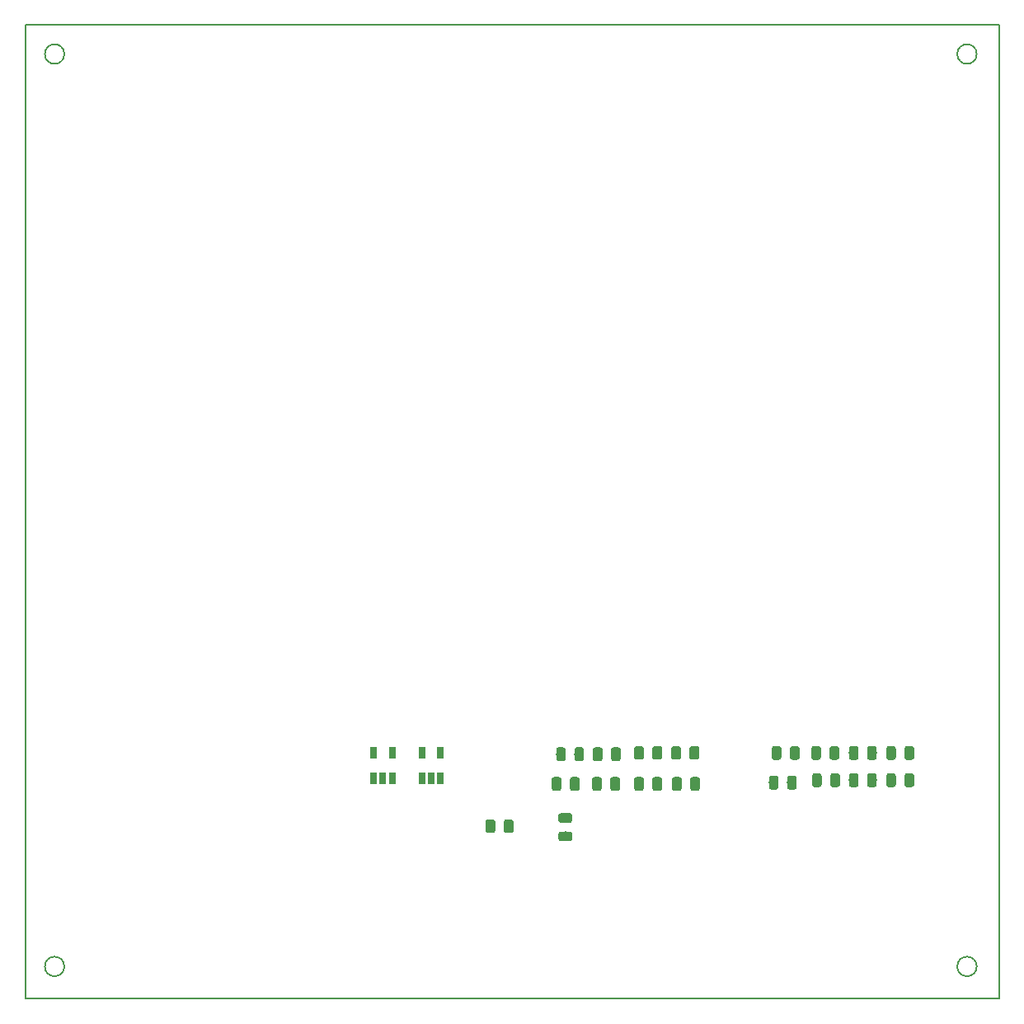
<source format=gbr>
%TF.GenerationSoftware,KiCad,Pcbnew,(5.0.0)*%
%TF.CreationDate,2020-03-23T14:18:08+01:00*%
%TF.ProjectId,Schaltplan_Modul1,536368616C74706C616E5F4D6F64756C,rev?*%
%TF.SameCoordinates,Original*%
%TF.FileFunction,Paste,Top*%
%TF.FilePolarity,Positive*%
%FSLAX46Y46*%
G04 Gerber Fmt 4.6, Leading zero omitted, Abs format (unit mm)*
G04 Created by KiCad (PCBNEW (5.0.0)) date 03/23/20 14:18:08*
%MOMM*%
%LPD*%
G01*
G04 APERTURE LIST*
%ADD10C,0.200000*%
%ADD11C,0.150000*%
%ADD12C,0.975000*%
%ADD13R,0.650000X1.220000*%
G04 APERTURE END LIST*
D10*
X197695000Y-146695000D02*
G75*
G03X197695000Y-146695000I-1000000J0D01*
G01*
X197695000Y-53000000D02*
G75*
G03X197695000Y-53000000I-1000000J0D01*
G01*
X104000000Y-53000000D02*
G75*
G03X104000000Y-53000000I-1000000J0D01*
G01*
X104000000Y-146695000D02*
G75*
G03X104000000Y-146695000I-1000000J0D01*
G01*
X100000000Y-150000000D02*
X200000000Y-150000000D01*
X100000000Y-50000000D02*
X100000000Y-150000000D01*
X200000000Y-50000000D02*
X200000000Y-150000000D01*
X100000000Y-50000000D02*
X200000000Y-50000000D01*
D11*
%TO.C,C1*%
G36*
X191042642Y-126867174D02*
X191066303Y-126870684D01*
X191089507Y-126876496D01*
X191112029Y-126884554D01*
X191133653Y-126894782D01*
X191154170Y-126907079D01*
X191173383Y-126921329D01*
X191191107Y-126937393D01*
X191207171Y-126955117D01*
X191221421Y-126974330D01*
X191233718Y-126994847D01*
X191243946Y-127016471D01*
X191252004Y-127038993D01*
X191257816Y-127062197D01*
X191261326Y-127085858D01*
X191262500Y-127109750D01*
X191262500Y-128022250D01*
X191261326Y-128046142D01*
X191257816Y-128069803D01*
X191252004Y-128093007D01*
X191243946Y-128115529D01*
X191233718Y-128137153D01*
X191221421Y-128157670D01*
X191207171Y-128176883D01*
X191191107Y-128194607D01*
X191173383Y-128210671D01*
X191154170Y-128224921D01*
X191133653Y-128237218D01*
X191112029Y-128247446D01*
X191089507Y-128255504D01*
X191066303Y-128261316D01*
X191042642Y-128264826D01*
X191018750Y-128266000D01*
X190531250Y-128266000D01*
X190507358Y-128264826D01*
X190483697Y-128261316D01*
X190460493Y-128255504D01*
X190437971Y-128247446D01*
X190416347Y-128237218D01*
X190395830Y-128224921D01*
X190376617Y-128210671D01*
X190358893Y-128194607D01*
X190342829Y-128176883D01*
X190328579Y-128157670D01*
X190316282Y-128137153D01*
X190306054Y-128115529D01*
X190297996Y-128093007D01*
X190292184Y-128069803D01*
X190288674Y-128046142D01*
X190287500Y-128022250D01*
X190287500Y-127109750D01*
X190288674Y-127085858D01*
X190292184Y-127062197D01*
X190297996Y-127038993D01*
X190306054Y-127016471D01*
X190316282Y-126994847D01*
X190328579Y-126974330D01*
X190342829Y-126955117D01*
X190358893Y-126937393D01*
X190376617Y-126921329D01*
X190395830Y-126907079D01*
X190416347Y-126894782D01*
X190437971Y-126884554D01*
X190460493Y-126876496D01*
X190483697Y-126870684D01*
X190507358Y-126867174D01*
X190531250Y-126866000D01*
X191018750Y-126866000D01*
X191042642Y-126867174D01*
X191042642Y-126867174D01*
G37*
D12*
X190775000Y-127566000D03*
D11*
G36*
X189167642Y-126867174D02*
X189191303Y-126870684D01*
X189214507Y-126876496D01*
X189237029Y-126884554D01*
X189258653Y-126894782D01*
X189279170Y-126907079D01*
X189298383Y-126921329D01*
X189316107Y-126937393D01*
X189332171Y-126955117D01*
X189346421Y-126974330D01*
X189358718Y-126994847D01*
X189368946Y-127016471D01*
X189377004Y-127038993D01*
X189382816Y-127062197D01*
X189386326Y-127085858D01*
X189387500Y-127109750D01*
X189387500Y-128022250D01*
X189386326Y-128046142D01*
X189382816Y-128069803D01*
X189377004Y-128093007D01*
X189368946Y-128115529D01*
X189358718Y-128137153D01*
X189346421Y-128157670D01*
X189332171Y-128176883D01*
X189316107Y-128194607D01*
X189298383Y-128210671D01*
X189279170Y-128224921D01*
X189258653Y-128237218D01*
X189237029Y-128247446D01*
X189214507Y-128255504D01*
X189191303Y-128261316D01*
X189167642Y-128264826D01*
X189143750Y-128266000D01*
X188656250Y-128266000D01*
X188632358Y-128264826D01*
X188608697Y-128261316D01*
X188585493Y-128255504D01*
X188562971Y-128247446D01*
X188541347Y-128237218D01*
X188520830Y-128224921D01*
X188501617Y-128210671D01*
X188483893Y-128194607D01*
X188467829Y-128176883D01*
X188453579Y-128157670D01*
X188441282Y-128137153D01*
X188431054Y-128115529D01*
X188422996Y-128093007D01*
X188417184Y-128069803D01*
X188413674Y-128046142D01*
X188412500Y-128022250D01*
X188412500Y-127109750D01*
X188413674Y-127085858D01*
X188417184Y-127062197D01*
X188422996Y-127038993D01*
X188431054Y-127016471D01*
X188441282Y-126994847D01*
X188453579Y-126974330D01*
X188467829Y-126955117D01*
X188483893Y-126937393D01*
X188501617Y-126921329D01*
X188520830Y-126907079D01*
X188541347Y-126894782D01*
X188562971Y-126884554D01*
X188585493Y-126876496D01*
X188608697Y-126870684D01*
X188632358Y-126867174D01*
X188656250Y-126866000D01*
X189143750Y-126866000D01*
X189167642Y-126867174D01*
X189167642Y-126867174D01*
G37*
D12*
X188900000Y-127566000D03*
%TD*%
D11*
%TO.C,C2*%
G36*
X169040642Y-127245174D02*
X169064303Y-127248684D01*
X169087507Y-127254496D01*
X169110029Y-127262554D01*
X169131653Y-127272782D01*
X169152170Y-127285079D01*
X169171383Y-127299329D01*
X169189107Y-127315393D01*
X169205171Y-127333117D01*
X169219421Y-127352330D01*
X169231718Y-127372847D01*
X169241946Y-127394471D01*
X169250004Y-127416993D01*
X169255816Y-127440197D01*
X169259326Y-127463858D01*
X169260500Y-127487750D01*
X169260500Y-128400250D01*
X169259326Y-128424142D01*
X169255816Y-128447803D01*
X169250004Y-128471007D01*
X169241946Y-128493529D01*
X169231718Y-128515153D01*
X169219421Y-128535670D01*
X169205171Y-128554883D01*
X169189107Y-128572607D01*
X169171383Y-128588671D01*
X169152170Y-128602921D01*
X169131653Y-128615218D01*
X169110029Y-128625446D01*
X169087507Y-128633504D01*
X169064303Y-128639316D01*
X169040642Y-128642826D01*
X169016750Y-128644000D01*
X168529250Y-128644000D01*
X168505358Y-128642826D01*
X168481697Y-128639316D01*
X168458493Y-128633504D01*
X168435971Y-128625446D01*
X168414347Y-128615218D01*
X168393830Y-128602921D01*
X168374617Y-128588671D01*
X168356893Y-128572607D01*
X168340829Y-128554883D01*
X168326579Y-128535670D01*
X168314282Y-128515153D01*
X168304054Y-128493529D01*
X168295996Y-128471007D01*
X168290184Y-128447803D01*
X168286674Y-128424142D01*
X168285500Y-128400250D01*
X168285500Y-127487750D01*
X168286674Y-127463858D01*
X168290184Y-127440197D01*
X168295996Y-127416993D01*
X168304054Y-127394471D01*
X168314282Y-127372847D01*
X168326579Y-127352330D01*
X168340829Y-127333117D01*
X168356893Y-127315393D01*
X168374617Y-127299329D01*
X168393830Y-127285079D01*
X168414347Y-127272782D01*
X168435971Y-127262554D01*
X168458493Y-127254496D01*
X168481697Y-127248684D01*
X168505358Y-127245174D01*
X168529250Y-127244000D01*
X169016750Y-127244000D01*
X169040642Y-127245174D01*
X169040642Y-127245174D01*
G37*
D12*
X168773000Y-127944000D03*
D11*
G36*
X167165642Y-127245174D02*
X167189303Y-127248684D01*
X167212507Y-127254496D01*
X167235029Y-127262554D01*
X167256653Y-127272782D01*
X167277170Y-127285079D01*
X167296383Y-127299329D01*
X167314107Y-127315393D01*
X167330171Y-127333117D01*
X167344421Y-127352330D01*
X167356718Y-127372847D01*
X167366946Y-127394471D01*
X167375004Y-127416993D01*
X167380816Y-127440197D01*
X167384326Y-127463858D01*
X167385500Y-127487750D01*
X167385500Y-128400250D01*
X167384326Y-128424142D01*
X167380816Y-128447803D01*
X167375004Y-128471007D01*
X167366946Y-128493529D01*
X167356718Y-128515153D01*
X167344421Y-128535670D01*
X167330171Y-128554883D01*
X167314107Y-128572607D01*
X167296383Y-128588671D01*
X167277170Y-128602921D01*
X167256653Y-128615218D01*
X167235029Y-128625446D01*
X167212507Y-128633504D01*
X167189303Y-128639316D01*
X167165642Y-128642826D01*
X167141750Y-128644000D01*
X166654250Y-128644000D01*
X166630358Y-128642826D01*
X166606697Y-128639316D01*
X166583493Y-128633504D01*
X166560971Y-128625446D01*
X166539347Y-128615218D01*
X166518830Y-128602921D01*
X166499617Y-128588671D01*
X166481893Y-128572607D01*
X166465829Y-128554883D01*
X166451579Y-128535670D01*
X166439282Y-128515153D01*
X166429054Y-128493529D01*
X166420996Y-128471007D01*
X166415184Y-128447803D01*
X166411674Y-128424142D01*
X166410500Y-128400250D01*
X166410500Y-127487750D01*
X166411674Y-127463858D01*
X166415184Y-127440197D01*
X166420996Y-127416993D01*
X166429054Y-127394471D01*
X166439282Y-127372847D01*
X166451579Y-127352330D01*
X166465829Y-127333117D01*
X166481893Y-127315393D01*
X166499617Y-127299329D01*
X166518830Y-127285079D01*
X166539347Y-127272782D01*
X166560971Y-127262554D01*
X166583493Y-127254496D01*
X166606697Y-127248684D01*
X166630358Y-127245174D01*
X166654250Y-127244000D01*
X167141750Y-127244000D01*
X167165642Y-127245174D01*
X167165642Y-127245174D01*
G37*
D12*
X166898000Y-127944000D03*
%TD*%
D11*
%TO.C,C9*%
G36*
X177102642Y-127121174D02*
X177126303Y-127124684D01*
X177149507Y-127130496D01*
X177172029Y-127138554D01*
X177193653Y-127148782D01*
X177214170Y-127161079D01*
X177233383Y-127175329D01*
X177251107Y-127191393D01*
X177267171Y-127209117D01*
X177281421Y-127228330D01*
X177293718Y-127248847D01*
X177303946Y-127270471D01*
X177312004Y-127292993D01*
X177317816Y-127316197D01*
X177321326Y-127339858D01*
X177322500Y-127363750D01*
X177322500Y-128276250D01*
X177321326Y-128300142D01*
X177317816Y-128323803D01*
X177312004Y-128347007D01*
X177303946Y-128369529D01*
X177293718Y-128391153D01*
X177281421Y-128411670D01*
X177267171Y-128430883D01*
X177251107Y-128448607D01*
X177233383Y-128464671D01*
X177214170Y-128478921D01*
X177193653Y-128491218D01*
X177172029Y-128501446D01*
X177149507Y-128509504D01*
X177126303Y-128515316D01*
X177102642Y-128518826D01*
X177078750Y-128520000D01*
X176591250Y-128520000D01*
X176567358Y-128518826D01*
X176543697Y-128515316D01*
X176520493Y-128509504D01*
X176497971Y-128501446D01*
X176476347Y-128491218D01*
X176455830Y-128478921D01*
X176436617Y-128464671D01*
X176418893Y-128448607D01*
X176402829Y-128430883D01*
X176388579Y-128411670D01*
X176376282Y-128391153D01*
X176366054Y-128369529D01*
X176357996Y-128347007D01*
X176352184Y-128323803D01*
X176348674Y-128300142D01*
X176347500Y-128276250D01*
X176347500Y-127363750D01*
X176348674Y-127339858D01*
X176352184Y-127316197D01*
X176357996Y-127292993D01*
X176366054Y-127270471D01*
X176376282Y-127248847D01*
X176388579Y-127228330D01*
X176402829Y-127209117D01*
X176418893Y-127191393D01*
X176436617Y-127175329D01*
X176455830Y-127161079D01*
X176476347Y-127148782D01*
X176497971Y-127138554D01*
X176520493Y-127130496D01*
X176543697Y-127124684D01*
X176567358Y-127121174D01*
X176591250Y-127120000D01*
X177078750Y-127120000D01*
X177102642Y-127121174D01*
X177102642Y-127121174D01*
G37*
D12*
X176835000Y-127820000D03*
D11*
G36*
X178977642Y-127121174D02*
X179001303Y-127124684D01*
X179024507Y-127130496D01*
X179047029Y-127138554D01*
X179068653Y-127148782D01*
X179089170Y-127161079D01*
X179108383Y-127175329D01*
X179126107Y-127191393D01*
X179142171Y-127209117D01*
X179156421Y-127228330D01*
X179168718Y-127248847D01*
X179178946Y-127270471D01*
X179187004Y-127292993D01*
X179192816Y-127316197D01*
X179196326Y-127339858D01*
X179197500Y-127363750D01*
X179197500Y-128276250D01*
X179196326Y-128300142D01*
X179192816Y-128323803D01*
X179187004Y-128347007D01*
X179178946Y-128369529D01*
X179168718Y-128391153D01*
X179156421Y-128411670D01*
X179142171Y-128430883D01*
X179126107Y-128448607D01*
X179108383Y-128464671D01*
X179089170Y-128478921D01*
X179068653Y-128491218D01*
X179047029Y-128501446D01*
X179024507Y-128509504D01*
X179001303Y-128515316D01*
X178977642Y-128518826D01*
X178953750Y-128520000D01*
X178466250Y-128520000D01*
X178442358Y-128518826D01*
X178418697Y-128515316D01*
X178395493Y-128509504D01*
X178372971Y-128501446D01*
X178351347Y-128491218D01*
X178330830Y-128478921D01*
X178311617Y-128464671D01*
X178293893Y-128448607D01*
X178277829Y-128430883D01*
X178263579Y-128411670D01*
X178251282Y-128391153D01*
X178241054Y-128369529D01*
X178232996Y-128347007D01*
X178227184Y-128323803D01*
X178223674Y-128300142D01*
X178222500Y-128276250D01*
X178222500Y-127363750D01*
X178223674Y-127339858D01*
X178227184Y-127316197D01*
X178232996Y-127292993D01*
X178241054Y-127270471D01*
X178251282Y-127248847D01*
X178263579Y-127228330D01*
X178277829Y-127209117D01*
X178293893Y-127191393D01*
X178311617Y-127175329D01*
X178330830Y-127161079D01*
X178351347Y-127148782D01*
X178372971Y-127138554D01*
X178395493Y-127130496D01*
X178418697Y-127124684D01*
X178442358Y-127121174D01*
X178466250Y-127120000D01*
X178953750Y-127120000D01*
X178977642Y-127121174D01*
X178977642Y-127121174D01*
G37*
D12*
X178710000Y-127820000D03*
%TD*%
D11*
%TO.C,C8*%
G36*
X154816642Y-127245174D02*
X154840303Y-127248684D01*
X154863507Y-127254496D01*
X154886029Y-127262554D01*
X154907653Y-127272782D01*
X154928170Y-127285079D01*
X154947383Y-127299329D01*
X154965107Y-127315393D01*
X154981171Y-127333117D01*
X154995421Y-127352330D01*
X155007718Y-127372847D01*
X155017946Y-127394471D01*
X155026004Y-127416993D01*
X155031816Y-127440197D01*
X155035326Y-127463858D01*
X155036500Y-127487750D01*
X155036500Y-128400250D01*
X155035326Y-128424142D01*
X155031816Y-128447803D01*
X155026004Y-128471007D01*
X155017946Y-128493529D01*
X155007718Y-128515153D01*
X154995421Y-128535670D01*
X154981171Y-128554883D01*
X154965107Y-128572607D01*
X154947383Y-128588671D01*
X154928170Y-128602921D01*
X154907653Y-128615218D01*
X154886029Y-128625446D01*
X154863507Y-128633504D01*
X154840303Y-128639316D01*
X154816642Y-128642826D01*
X154792750Y-128644000D01*
X154305250Y-128644000D01*
X154281358Y-128642826D01*
X154257697Y-128639316D01*
X154234493Y-128633504D01*
X154211971Y-128625446D01*
X154190347Y-128615218D01*
X154169830Y-128602921D01*
X154150617Y-128588671D01*
X154132893Y-128572607D01*
X154116829Y-128554883D01*
X154102579Y-128535670D01*
X154090282Y-128515153D01*
X154080054Y-128493529D01*
X154071996Y-128471007D01*
X154066184Y-128447803D01*
X154062674Y-128424142D01*
X154061500Y-128400250D01*
X154061500Y-127487750D01*
X154062674Y-127463858D01*
X154066184Y-127440197D01*
X154071996Y-127416993D01*
X154080054Y-127394471D01*
X154090282Y-127372847D01*
X154102579Y-127352330D01*
X154116829Y-127333117D01*
X154132893Y-127315393D01*
X154150617Y-127299329D01*
X154169830Y-127285079D01*
X154190347Y-127272782D01*
X154211971Y-127262554D01*
X154234493Y-127254496D01*
X154257697Y-127248684D01*
X154281358Y-127245174D01*
X154305250Y-127244000D01*
X154792750Y-127244000D01*
X154816642Y-127245174D01*
X154816642Y-127245174D01*
G37*
D12*
X154549000Y-127944000D03*
D11*
G36*
X156691642Y-127245174D02*
X156715303Y-127248684D01*
X156738507Y-127254496D01*
X156761029Y-127262554D01*
X156782653Y-127272782D01*
X156803170Y-127285079D01*
X156822383Y-127299329D01*
X156840107Y-127315393D01*
X156856171Y-127333117D01*
X156870421Y-127352330D01*
X156882718Y-127372847D01*
X156892946Y-127394471D01*
X156901004Y-127416993D01*
X156906816Y-127440197D01*
X156910326Y-127463858D01*
X156911500Y-127487750D01*
X156911500Y-128400250D01*
X156910326Y-128424142D01*
X156906816Y-128447803D01*
X156901004Y-128471007D01*
X156892946Y-128493529D01*
X156882718Y-128515153D01*
X156870421Y-128535670D01*
X156856171Y-128554883D01*
X156840107Y-128572607D01*
X156822383Y-128588671D01*
X156803170Y-128602921D01*
X156782653Y-128615218D01*
X156761029Y-128625446D01*
X156738507Y-128633504D01*
X156715303Y-128639316D01*
X156691642Y-128642826D01*
X156667750Y-128644000D01*
X156180250Y-128644000D01*
X156156358Y-128642826D01*
X156132697Y-128639316D01*
X156109493Y-128633504D01*
X156086971Y-128625446D01*
X156065347Y-128615218D01*
X156044830Y-128602921D01*
X156025617Y-128588671D01*
X156007893Y-128572607D01*
X155991829Y-128554883D01*
X155977579Y-128535670D01*
X155965282Y-128515153D01*
X155955054Y-128493529D01*
X155946996Y-128471007D01*
X155941184Y-128447803D01*
X155937674Y-128424142D01*
X155936500Y-128400250D01*
X155936500Y-127487750D01*
X155937674Y-127463858D01*
X155941184Y-127440197D01*
X155946996Y-127416993D01*
X155955054Y-127394471D01*
X155965282Y-127372847D01*
X155977579Y-127352330D01*
X155991829Y-127333117D01*
X156007893Y-127315393D01*
X156025617Y-127299329D01*
X156044830Y-127285079D01*
X156065347Y-127272782D01*
X156086971Y-127262554D01*
X156109493Y-127254496D01*
X156132697Y-127248684D01*
X156156358Y-127245174D01*
X156180250Y-127244000D01*
X156667750Y-127244000D01*
X156691642Y-127245174D01*
X156691642Y-127245174D01*
G37*
D12*
X156424000Y-127944000D03*
%TD*%
D11*
%TO.C,C7*%
G36*
X183422642Y-126867174D02*
X183446303Y-126870684D01*
X183469507Y-126876496D01*
X183492029Y-126884554D01*
X183513653Y-126894782D01*
X183534170Y-126907079D01*
X183553383Y-126921329D01*
X183571107Y-126937393D01*
X183587171Y-126955117D01*
X183601421Y-126974330D01*
X183613718Y-126994847D01*
X183623946Y-127016471D01*
X183632004Y-127038993D01*
X183637816Y-127062197D01*
X183641326Y-127085858D01*
X183642500Y-127109750D01*
X183642500Y-128022250D01*
X183641326Y-128046142D01*
X183637816Y-128069803D01*
X183632004Y-128093007D01*
X183623946Y-128115529D01*
X183613718Y-128137153D01*
X183601421Y-128157670D01*
X183587171Y-128176883D01*
X183571107Y-128194607D01*
X183553383Y-128210671D01*
X183534170Y-128224921D01*
X183513653Y-128237218D01*
X183492029Y-128247446D01*
X183469507Y-128255504D01*
X183446303Y-128261316D01*
X183422642Y-128264826D01*
X183398750Y-128266000D01*
X182911250Y-128266000D01*
X182887358Y-128264826D01*
X182863697Y-128261316D01*
X182840493Y-128255504D01*
X182817971Y-128247446D01*
X182796347Y-128237218D01*
X182775830Y-128224921D01*
X182756617Y-128210671D01*
X182738893Y-128194607D01*
X182722829Y-128176883D01*
X182708579Y-128157670D01*
X182696282Y-128137153D01*
X182686054Y-128115529D01*
X182677996Y-128093007D01*
X182672184Y-128069803D01*
X182668674Y-128046142D01*
X182667500Y-128022250D01*
X182667500Y-127109750D01*
X182668674Y-127085858D01*
X182672184Y-127062197D01*
X182677996Y-127038993D01*
X182686054Y-127016471D01*
X182696282Y-126994847D01*
X182708579Y-126974330D01*
X182722829Y-126955117D01*
X182738893Y-126937393D01*
X182756617Y-126921329D01*
X182775830Y-126907079D01*
X182796347Y-126894782D01*
X182817971Y-126884554D01*
X182840493Y-126876496D01*
X182863697Y-126870684D01*
X182887358Y-126867174D01*
X182911250Y-126866000D01*
X183398750Y-126866000D01*
X183422642Y-126867174D01*
X183422642Y-126867174D01*
G37*
D12*
X183155000Y-127566000D03*
D11*
G36*
X181547642Y-126867174D02*
X181571303Y-126870684D01*
X181594507Y-126876496D01*
X181617029Y-126884554D01*
X181638653Y-126894782D01*
X181659170Y-126907079D01*
X181678383Y-126921329D01*
X181696107Y-126937393D01*
X181712171Y-126955117D01*
X181726421Y-126974330D01*
X181738718Y-126994847D01*
X181748946Y-127016471D01*
X181757004Y-127038993D01*
X181762816Y-127062197D01*
X181766326Y-127085858D01*
X181767500Y-127109750D01*
X181767500Y-128022250D01*
X181766326Y-128046142D01*
X181762816Y-128069803D01*
X181757004Y-128093007D01*
X181748946Y-128115529D01*
X181738718Y-128137153D01*
X181726421Y-128157670D01*
X181712171Y-128176883D01*
X181696107Y-128194607D01*
X181678383Y-128210671D01*
X181659170Y-128224921D01*
X181638653Y-128237218D01*
X181617029Y-128247446D01*
X181594507Y-128255504D01*
X181571303Y-128261316D01*
X181547642Y-128264826D01*
X181523750Y-128266000D01*
X181036250Y-128266000D01*
X181012358Y-128264826D01*
X180988697Y-128261316D01*
X180965493Y-128255504D01*
X180942971Y-128247446D01*
X180921347Y-128237218D01*
X180900830Y-128224921D01*
X180881617Y-128210671D01*
X180863893Y-128194607D01*
X180847829Y-128176883D01*
X180833579Y-128157670D01*
X180821282Y-128137153D01*
X180811054Y-128115529D01*
X180802996Y-128093007D01*
X180797184Y-128069803D01*
X180793674Y-128046142D01*
X180792500Y-128022250D01*
X180792500Y-127109750D01*
X180793674Y-127085858D01*
X180797184Y-127062197D01*
X180802996Y-127038993D01*
X180811054Y-127016471D01*
X180821282Y-126994847D01*
X180833579Y-126974330D01*
X180847829Y-126955117D01*
X180863893Y-126937393D01*
X180881617Y-126921329D01*
X180900830Y-126907079D01*
X180921347Y-126894782D01*
X180942971Y-126884554D01*
X180965493Y-126876496D01*
X180988697Y-126870684D01*
X181012358Y-126867174D01*
X181036250Y-126866000D01*
X181523750Y-126866000D01*
X181547642Y-126867174D01*
X181547642Y-126867174D01*
G37*
D12*
X181280000Y-127566000D03*
%TD*%
D11*
%TO.C,C6*%
G36*
X160834142Y-127245174D02*
X160857803Y-127248684D01*
X160881007Y-127254496D01*
X160903529Y-127262554D01*
X160925153Y-127272782D01*
X160945670Y-127285079D01*
X160964883Y-127299329D01*
X160982607Y-127315393D01*
X160998671Y-127333117D01*
X161012921Y-127352330D01*
X161025218Y-127372847D01*
X161035446Y-127394471D01*
X161043504Y-127416993D01*
X161049316Y-127440197D01*
X161052826Y-127463858D01*
X161054000Y-127487750D01*
X161054000Y-128400250D01*
X161052826Y-128424142D01*
X161049316Y-128447803D01*
X161043504Y-128471007D01*
X161035446Y-128493529D01*
X161025218Y-128515153D01*
X161012921Y-128535670D01*
X160998671Y-128554883D01*
X160982607Y-128572607D01*
X160964883Y-128588671D01*
X160945670Y-128602921D01*
X160925153Y-128615218D01*
X160903529Y-128625446D01*
X160881007Y-128633504D01*
X160857803Y-128639316D01*
X160834142Y-128642826D01*
X160810250Y-128644000D01*
X160322750Y-128644000D01*
X160298858Y-128642826D01*
X160275197Y-128639316D01*
X160251993Y-128633504D01*
X160229471Y-128625446D01*
X160207847Y-128615218D01*
X160187330Y-128602921D01*
X160168117Y-128588671D01*
X160150393Y-128572607D01*
X160134329Y-128554883D01*
X160120079Y-128535670D01*
X160107782Y-128515153D01*
X160097554Y-128493529D01*
X160089496Y-128471007D01*
X160083684Y-128447803D01*
X160080174Y-128424142D01*
X160079000Y-128400250D01*
X160079000Y-127487750D01*
X160080174Y-127463858D01*
X160083684Y-127440197D01*
X160089496Y-127416993D01*
X160097554Y-127394471D01*
X160107782Y-127372847D01*
X160120079Y-127352330D01*
X160134329Y-127333117D01*
X160150393Y-127315393D01*
X160168117Y-127299329D01*
X160187330Y-127285079D01*
X160207847Y-127272782D01*
X160229471Y-127262554D01*
X160251993Y-127254496D01*
X160275197Y-127248684D01*
X160298858Y-127245174D01*
X160322750Y-127244000D01*
X160810250Y-127244000D01*
X160834142Y-127245174D01*
X160834142Y-127245174D01*
G37*
D12*
X160566500Y-127944000D03*
D11*
G36*
X158959142Y-127245174D02*
X158982803Y-127248684D01*
X159006007Y-127254496D01*
X159028529Y-127262554D01*
X159050153Y-127272782D01*
X159070670Y-127285079D01*
X159089883Y-127299329D01*
X159107607Y-127315393D01*
X159123671Y-127333117D01*
X159137921Y-127352330D01*
X159150218Y-127372847D01*
X159160446Y-127394471D01*
X159168504Y-127416993D01*
X159174316Y-127440197D01*
X159177826Y-127463858D01*
X159179000Y-127487750D01*
X159179000Y-128400250D01*
X159177826Y-128424142D01*
X159174316Y-128447803D01*
X159168504Y-128471007D01*
X159160446Y-128493529D01*
X159150218Y-128515153D01*
X159137921Y-128535670D01*
X159123671Y-128554883D01*
X159107607Y-128572607D01*
X159089883Y-128588671D01*
X159070670Y-128602921D01*
X159050153Y-128615218D01*
X159028529Y-128625446D01*
X159006007Y-128633504D01*
X158982803Y-128639316D01*
X158959142Y-128642826D01*
X158935250Y-128644000D01*
X158447750Y-128644000D01*
X158423858Y-128642826D01*
X158400197Y-128639316D01*
X158376993Y-128633504D01*
X158354471Y-128625446D01*
X158332847Y-128615218D01*
X158312330Y-128602921D01*
X158293117Y-128588671D01*
X158275393Y-128572607D01*
X158259329Y-128554883D01*
X158245079Y-128535670D01*
X158232782Y-128515153D01*
X158222554Y-128493529D01*
X158214496Y-128471007D01*
X158208684Y-128447803D01*
X158205174Y-128424142D01*
X158204000Y-128400250D01*
X158204000Y-127487750D01*
X158205174Y-127463858D01*
X158208684Y-127440197D01*
X158214496Y-127416993D01*
X158222554Y-127394471D01*
X158232782Y-127372847D01*
X158245079Y-127352330D01*
X158259329Y-127333117D01*
X158275393Y-127315393D01*
X158293117Y-127299329D01*
X158312330Y-127285079D01*
X158332847Y-127272782D01*
X158354471Y-127262554D01*
X158376993Y-127254496D01*
X158400197Y-127248684D01*
X158423858Y-127245174D01*
X158447750Y-127244000D01*
X158935250Y-127244000D01*
X158959142Y-127245174D01*
X158959142Y-127245174D01*
G37*
D12*
X158691500Y-127944000D03*
%TD*%
D11*
%TO.C,C5*%
G36*
X148019642Y-131597174D02*
X148043303Y-131600684D01*
X148066507Y-131606496D01*
X148089029Y-131614554D01*
X148110653Y-131624782D01*
X148131170Y-131637079D01*
X148150383Y-131651329D01*
X148168107Y-131667393D01*
X148184171Y-131685117D01*
X148198421Y-131704330D01*
X148210718Y-131724847D01*
X148220946Y-131746471D01*
X148229004Y-131768993D01*
X148234816Y-131792197D01*
X148238326Y-131815858D01*
X148239500Y-131839750D01*
X148239500Y-132752250D01*
X148238326Y-132776142D01*
X148234816Y-132799803D01*
X148229004Y-132823007D01*
X148220946Y-132845529D01*
X148210718Y-132867153D01*
X148198421Y-132887670D01*
X148184171Y-132906883D01*
X148168107Y-132924607D01*
X148150383Y-132940671D01*
X148131170Y-132954921D01*
X148110653Y-132967218D01*
X148089029Y-132977446D01*
X148066507Y-132985504D01*
X148043303Y-132991316D01*
X148019642Y-132994826D01*
X147995750Y-132996000D01*
X147508250Y-132996000D01*
X147484358Y-132994826D01*
X147460697Y-132991316D01*
X147437493Y-132985504D01*
X147414971Y-132977446D01*
X147393347Y-132967218D01*
X147372830Y-132954921D01*
X147353617Y-132940671D01*
X147335893Y-132924607D01*
X147319829Y-132906883D01*
X147305579Y-132887670D01*
X147293282Y-132867153D01*
X147283054Y-132845529D01*
X147274996Y-132823007D01*
X147269184Y-132799803D01*
X147265674Y-132776142D01*
X147264500Y-132752250D01*
X147264500Y-131839750D01*
X147265674Y-131815858D01*
X147269184Y-131792197D01*
X147274996Y-131768993D01*
X147283054Y-131746471D01*
X147293282Y-131724847D01*
X147305579Y-131704330D01*
X147319829Y-131685117D01*
X147335893Y-131667393D01*
X147353617Y-131651329D01*
X147372830Y-131637079D01*
X147393347Y-131624782D01*
X147414971Y-131614554D01*
X147437493Y-131606496D01*
X147460697Y-131600684D01*
X147484358Y-131597174D01*
X147508250Y-131596000D01*
X147995750Y-131596000D01*
X148019642Y-131597174D01*
X148019642Y-131597174D01*
G37*
D12*
X147752000Y-132296000D03*
D11*
G36*
X149894642Y-131597174D02*
X149918303Y-131600684D01*
X149941507Y-131606496D01*
X149964029Y-131614554D01*
X149985653Y-131624782D01*
X150006170Y-131637079D01*
X150025383Y-131651329D01*
X150043107Y-131667393D01*
X150059171Y-131685117D01*
X150073421Y-131704330D01*
X150085718Y-131724847D01*
X150095946Y-131746471D01*
X150104004Y-131768993D01*
X150109816Y-131792197D01*
X150113326Y-131815858D01*
X150114500Y-131839750D01*
X150114500Y-132752250D01*
X150113326Y-132776142D01*
X150109816Y-132799803D01*
X150104004Y-132823007D01*
X150095946Y-132845529D01*
X150085718Y-132867153D01*
X150073421Y-132887670D01*
X150059171Y-132906883D01*
X150043107Y-132924607D01*
X150025383Y-132940671D01*
X150006170Y-132954921D01*
X149985653Y-132967218D01*
X149964029Y-132977446D01*
X149941507Y-132985504D01*
X149918303Y-132991316D01*
X149894642Y-132994826D01*
X149870750Y-132996000D01*
X149383250Y-132996000D01*
X149359358Y-132994826D01*
X149335697Y-132991316D01*
X149312493Y-132985504D01*
X149289971Y-132977446D01*
X149268347Y-132967218D01*
X149247830Y-132954921D01*
X149228617Y-132940671D01*
X149210893Y-132924607D01*
X149194829Y-132906883D01*
X149180579Y-132887670D01*
X149168282Y-132867153D01*
X149158054Y-132845529D01*
X149149996Y-132823007D01*
X149144184Y-132799803D01*
X149140674Y-132776142D01*
X149139500Y-132752250D01*
X149139500Y-131839750D01*
X149140674Y-131815858D01*
X149144184Y-131792197D01*
X149149996Y-131768993D01*
X149158054Y-131746471D01*
X149168282Y-131724847D01*
X149180579Y-131704330D01*
X149194829Y-131685117D01*
X149210893Y-131667393D01*
X149228617Y-131651329D01*
X149247830Y-131637079D01*
X149268347Y-131624782D01*
X149289971Y-131614554D01*
X149312493Y-131606496D01*
X149335697Y-131600684D01*
X149359358Y-131597174D01*
X149383250Y-131596000D01*
X149870750Y-131596000D01*
X149894642Y-131597174D01*
X149894642Y-131597174D01*
G37*
D12*
X149627000Y-132296000D03*
%TD*%
D11*
%TO.C,C4*%
G36*
X163277142Y-127245174D02*
X163300803Y-127248684D01*
X163324007Y-127254496D01*
X163346529Y-127262554D01*
X163368153Y-127272782D01*
X163388670Y-127285079D01*
X163407883Y-127299329D01*
X163425607Y-127315393D01*
X163441671Y-127333117D01*
X163455921Y-127352330D01*
X163468218Y-127372847D01*
X163478446Y-127394471D01*
X163486504Y-127416993D01*
X163492316Y-127440197D01*
X163495826Y-127463858D01*
X163497000Y-127487750D01*
X163497000Y-128400250D01*
X163495826Y-128424142D01*
X163492316Y-128447803D01*
X163486504Y-128471007D01*
X163478446Y-128493529D01*
X163468218Y-128515153D01*
X163455921Y-128535670D01*
X163441671Y-128554883D01*
X163425607Y-128572607D01*
X163407883Y-128588671D01*
X163388670Y-128602921D01*
X163368153Y-128615218D01*
X163346529Y-128625446D01*
X163324007Y-128633504D01*
X163300803Y-128639316D01*
X163277142Y-128642826D01*
X163253250Y-128644000D01*
X162765750Y-128644000D01*
X162741858Y-128642826D01*
X162718197Y-128639316D01*
X162694993Y-128633504D01*
X162672471Y-128625446D01*
X162650847Y-128615218D01*
X162630330Y-128602921D01*
X162611117Y-128588671D01*
X162593393Y-128572607D01*
X162577329Y-128554883D01*
X162563079Y-128535670D01*
X162550782Y-128515153D01*
X162540554Y-128493529D01*
X162532496Y-128471007D01*
X162526684Y-128447803D01*
X162523174Y-128424142D01*
X162522000Y-128400250D01*
X162522000Y-127487750D01*
X162523174Y-127463858D01*
X162526684Y-127440197D01*
X162532496Y-127416993D01*
X162540554Y-127394471D01*
X162550782Y-127372847D01*
X162563079Y-127352330D01*
X162577329Y-127333117D01*
X162593393Y-127315393D01*
X162611117Y-127299329D01*
X162630330Y-127285079D01*
X162650847Y-127272782D01*
X162672471Y-127262554D01*
X162694993Y-127254496D01*
X162718197Y-127248684D01*
X162741858Y-127245174D01*
X162765750Y-127244000D01*
X163253250Y-127244000D01*
X163277142Y-127245174D01*
X163277142Y-127245174D01*
G37*
D12*
X163009500Y-127944000D03*
D11*
G36*
X165152142Y-127245174D02*
X165175803Y-127248684D01*
X165199007Y-127254496D01*
X165221529Y-127262554D01*
X165243153Y-127272782D01*
X165263670Y-127285079D01*
X165282883Y-127299329D01*
X165300607Y-127315393D01*
X165316671Y-127333117D01*
X165330921Y-127352330D01*
X165343218Y-127372847D01*
X165353446Y-127394471D01*
X165361504Y-127416993D01*
X165367316Y-127440197D01*
X165370826Y-127463858D01*
X165372000Y-127487750D01*
X165372000Y-128400250D01*
X165370826Y-128424142D01*
X165367316Y-128447803D01*
X165361504Y-128471007D01*
X165353446Y-128493529D01*
X165343218Y-128515153D01*
X165330921Y-128535670D01*
X165316671Y-128554883D01*
X165300607Y-128572607D01*
X165282883Y-128588671D01*
X165263670Y-128602921D01*
X165243153Y-128615218D01*
X165221529Y-128625446D01*
X165199007Y-128633504D01*
X165175803Y-128639316D01*
X165152142Y-128642826D01*
X165128250Y-128644000D01*
X164640750Y-128644000D01*
X164616858Y-128642826D01*
X164593197Y-128639316D01*
X164569993Y-128633504D01*
X164547471Y-128625446D01*
X164525847Y-128615218D01*
X164505330Y-128602921D01*
X164486117Y-128588671D01*
X164468393Y-128572607D01*
X164452329Y-128554883D01*
X164438079Y-128535670D01*
X164425782Y-128515153D01*
X164415554Y-128493529D01*
X164407496Y-128471007D01*
X164401684Y-128447803D01*
X164398174Y-128424142D01*
X164397000Y-128400250D01*
X164397000Y-127487750D01*
X164398174Y-127463858D01*
X164401684Y-127440197D01*
X164407496Y-127416993D01*
X164415554Y-127394471D01*
X164425782Y-127372847D01*
X164438079Y-127352330D01*
X164452329Y-127333117D01*
X164468393Y-127315393D01*
X164486117Y-127299329D01*
X164505330Y-127285079D01*
X164525847Y-127272782D01*
X164547471Y-127262554D01*
X164569993Y-127254496D01*
X164593197Y-127248684D01*
X164616858Y-127245174D01*
X164640750Y-127244000D01*
X165128250Y-127244000D01*
X165152142Y-127245174D01*
X165152142Y-127245174D01*
G37*
D12*
X164884500Y-127944000D03*
%TD*%
D11*
%TO.C,C3*%
G36*
X185327642Y-126867174D02*
X185351303Y-126870684D01*
X185374507Y-126876496D01*
X185397029Y-126884554D01*
X185418653Y-126894782D01*
X185439170Y-126907079D01*
X185458383Y-126921329D01*
X185476107Y-126937393D01*
X185492171Y-126955117D01*
X185506421Y-126974330D01*
X185518718Y-126994847D01*
X185528946Y-127016471D01*
X185537004Y-127038993D01*
X185542816Y-127062197D01*
X185546326Y-127085858D01*
X185547500Y-127109750D01*
X185547500Y-128022250D01*
X185546326Y-128046142D01*
X185542816Y-128069803D01*
X185537004Y-128093007D01*
X185528946Y-128115529D01*
X185518718Y-128137153D01*
X185506421Y-128157670D01*
X185492171Y-128176883D01*
X185476107Y-128194607D01*
X185458383Y-128210671D01*
X185439170Y-128224921D01*
X185418653Y-128237218D01*
X185397029Y-128247446D01*
X185374507Y-128255504D01*
X185351303Y-128261316D01*
X185327642Y-128264826D01*
X185303750Y-128266000D01*
X184816250Y-128266000D01*
X184792358Y-128264826D01*
X184768697Y-128261316D01*
X184745493Y-128255504D01*
X184722971Y-128247446D01*
X184701347Y-128237218D01*
X184680830Y-128224921D01*
X184661617Y-128210671D01*
X184643893Y-128194607D01*
X184627829Y-128176883D01*
X184613579Y-128157670D01*
X184601282Y-128137153D01*
X184591054Y-128115529D01*
X184582996Y-128093007D01*
X184577184Y-128069803D01*
X184573674Y-128046142D01*
X184572500Y-128022250D01*
X184572500Y-127109750D01*
X184573674Y-127085858D01*
X184577184Y-127062197D01*
X184582996Y-127038993D01*
X184591054Y-127016471D01*
X184601282Y-126994847D01*
X184613579Y-126974330D01*
X184627829Y-126955117D01*
X184643893Y-126937393D01*
X184661617Y-126921329D01*
X184680830Y-126907079D01*
X184701347Y-126894782D01*
X184722971Y-126884554D01*
X184745493Y-126876496D01*
X184768697Y-126870684D01*
X184792358Y-126867174D01*
X184816250Y-126866000D01*
X185303750Y-126866000D01*
X185327642Y-126867174D01*
X185327642Y-126867174D01*
G37*
D12*
X185060000Y-127566000D03*
D11*
G36*
X187202642Y-126867174D02*
X187226303Y-126870684D01*
X187249507Y-126876496D01*
X187272029Y-126884554D01*
X187293653Y-126894782D01*
X187314170Y-126907079D01*
X187333383Y-126921329D01*
X187351107Y-126937393D01*
X187367171Y-126955117D01*
X187381421Y-126974330D01*
X187393718Y-126994847D01*
X187403946Y-127016471D01*
X187412004Y-127038993D01*
X187417816Y-127062197D01*
X187421326Y-127085858D01*
X187422500Y-127109750D01*
X187422500Y-128022250D01*
X187421326Y-128046142D01*
X187417816Y-128069803D01*
X187412004Y-128093007D01*
X187403946Y-128115529D01*
X187393718Y-128137153D01*
X187381421Y-128157670D01*
X187367171Y-128176883D01*
X187351107Y-128194607D01*
X187333383Y-128210671D01*
X187314170Y-128224921D01*
X187293653Y-128237218D01*
X187272029Y-128247446D01*
X187249507Y-128255504D01*
X187226303Y-128261316D01*
X187202642Y-128264826D01*
X187178750Y-128266000D01*
X186691250Y-128266000D01*
X186667358Y-128264826D01*
X186643697Y-128261316D01*
X186620493Y-128255504D01*
X186597971Y-128247446D01*
X186576347Y-128237218D01*
X186555830Y-128224921D01*
X186536617Y-128210671D01*
X186518893Y-128194607D01*
X186502829Y-128176883D01*
X186488579Y-128157670D01*
X186476282Y-128137153D01*
X186466054Y-128115529D01*
X186457996Y-128093007D01*
X186452184Y-128069803D01*
X186448674Y-128046142D01*
X186447500Y-128022250D01*
X186447500Y-127109750D01*
X186448674Y-127085858D01*
X186452184Y-127062197D01*
X186457996Y-127038993D01*
X186466054Y-127016471D01*
X186476282Y-126994847D01*
X186488579Y-126974330D01*
X186502829Y-126955117D01*
X186518893Y-126937393D01*
X186536617Y-126921329D01*
X186555830Y-126907079D01*
X186576347Y-126894782D01*
X186597971Y-126884554D01*
X186620493Y-126876496D01*
X186643697Y-126870684D01*
X186667358Y-126867174D01*
X186691250Y-126866000D01*
X187178750Y-126866000D01*
X187202642Y-126867174D01*
X187202642Y-126867174D01*
G37*
D12*
X186935000Y-127566000D03*
%TD*%
D13*
%TO.C,U1*%
X135762000Y-124782000D03*
X137662000Y-124782000D03*
X137662000Y-127402000D03*
X136712000Y-127402000D03*
X135762000Y-127402000D03*
%TD*%
%TO.C,U2*%
X140746000Y-124782000D03*
X142646000Y-124782000D03*
X142646000Y-127402000D03*
X141696000Y-127402000D03*
X140746000Y-127402000D03*
%TD*%
D11*
%TO.C,R1*%
G36*
X187202642Y-124073174D02*
X187226303Y-124076684D01*
X187249507Y-124082496D01*
X187272029Y-124090554D01*
X187293653Y-124100782D01*
X187314170Y-124113079D01*
X187333383Y-124127329D01*
X187351107Y-124143393D01*
X187367171Y-124161117D01*
X187381421Y-124180330D01*
X187393718Y-124200847D01*
X187403946Y-124222471D01*
X187412004Y-124244993D01*
X187417816Y-124268197D01*
X187421326Y-124291858D01*
X187422500Y-124315750D01*
X187422500Y-125228250D01*
X187421326Y-125252142D01*
X187417816Y-125275803D01*
X187412004Y-125299007D01*
X187403946Y-125321529D01*
X187393718Y-125343153D01*
X187381421Y-125363670D01*
X187367171Y-125382883D01*
X187351107Y-125400607D01*
X187333383Y-125416671D01*
X187314170Y-125430921D01*
X187293653Y-125443218D01*
X187272029Y-125453446D01*
X187249507Y-125461504D01*
X187226303Y-125467316D01*
X187202642Y-125470826D01*
X187178750Y-125472000D01*
X186691250Y-125472000D01*
X186667358Y-125470826D01*
X186643697Y-125467316D01*
X186620493Y-125461504D01*
X186597971Y-125453446D01*
X186576347Y-125443218D01*
X186555830Y-125430921D01*
X186536617Y-125416671D01*
X186518893Y-125400607D01*
X186502829Y-125382883D01*
X186488579Y-125363670D01*
X186476282Y-125343153D01*
X186466054Y-125321529D01*
X186457996Y-125299007D01*
X186452184Y-125275803D01*
X186448674Y-125252142D01*
X186447500Y-125228250D01*
X186447500Y-124315750D01*
X186448674Y-124291858D01*
X186452184Y-124268197D01*
X186457996Y-124244993D01*
X186466054Y-124222471D01*
X186476282Y-124200847D01*
X186488579Y-124180330D01*
X186502829Y-124161117D01*
X186518893Y-124143393D01*
X186536617Y-124127329D01*
X186555830Y-124113079D01*
X186576347Y-124100782D01*
X186597971Y-124090554D01*
X186620493Y-124082496D01*
X186643697Y-124076684D01*
X186667358Y-124073174D01*
X186691250Y-124072000D01*
X187178750Y-124072000D01*
X187202642Y-124073174D01*
X187202642Y-124073174D01*
G37*
D12*
X186935000Y-124772000D03*
D11*
G36*
X185327642Y-124073174D02*
X185351303Y-124076684D01*
X185374507Y-124082496D01*
X185397029Y-124090554D01*
X185418653Y-124100782D01*
X185439170Y-124113079D01*
X185458383Y-124127329D01*
X185476107Y-124143393D01*
X185492171Y-124161117D01*
X185506421Y-124180330D01*
X185518718Y-124200847D01*
X185528946Y-124222471D01*
X185537004Y-124244993D01*
X185542816Y-124268197D01*
X185546326Y-124291858D01*
X185547500Y-124315750D01*
X185547500Y-125228250D01*
X185546326Y-125252142D01*
X185542816Y-125275803D01*
X185537004Y-125299007D01*
X185528946Y-125321529D01*
X185518718Y-125343153D01*
X185506421Y-125363670D01*
X185492171Y-125382883D01*
X185476107Y-125400607D01*
X185458383Y-125416671D01*
X185439170Y-125430921D01*
X185418653Y-125443218D01*
X185397029Y-125453446D01*
X185374507Y-125461504D01*
X185351303Y-125467316D01*
X185327642Y-125470826D01*
X185303750Y-125472000D01*
X184816250Y-125472000D01*
X184792358Y-125470826D01*
X184768697Y-125467316D01*
X184745493Y-125461504D01*
X184722971Y-125453446D01*
X184701347Y-125443218D01*
X184680830Y-125430921D01*
X184661617Y-125416671D01*
X184643893Y-125400607D01*
X184627829Y-125382883D01*
X184613579Y-125363670D01*
X184601282Y-125343153D01*
X184591054Y-125321529D01*
X184582996Y-125299007D01*
X184577184Y-125275803D01*
X184573674Y-125252142D01*
X184572500Y-125228250D01*
X184572500Y-124315750D01*
X184573674Y-124291858D01*
X184577184Y-124268197D01*
X184582996Y-124244993D01*
X184591054Y-124222471D01*
X184601282Y-124200847D01*
X184613579Y-124180330D01*
X184627829Y-124161117D01*
X184643893Y-124143393D01*
X184661617Y-124127329D01*
X184680830Y-124113079D01*
X184701347Y-124100782D01*
X184722971Y-124090554D01*
X184745493Y-124082496D01*
X184768697Y-124076684D01*
X184792358Y-124073174D01*
X184816250Y-124072000D01*
X185303750Y-124072000D01*
X185327642Y-124073174D01*
X185327642Y-124073174D01*
G37*
D12*
X185060000Y-124772000D03*
%TD*%
D11*
%TO.C,R2*%
G36*
X191042642Y-124073174D02*
X191066303Y-124076684D01*
X191089507Y-124082496D01*
X191112029Y-124090554D01*
X191133653Y-124100782D01*
X191154170Y-124113079D01*
X191173383Y-124127329D01*
X191191107Y-124143393D01*
X191207171Y-124161117D01*
X191221421Y-124180330D01*
X191233718Y-124200847D01*
X191243946Y-124222471D01*
X191252004Y-124244993D01*
X191257816Y-124268197D01*
X191261326Y-124291858D01*
X191262500Y-124315750D01*
X191262500Y-125228250D01*
X191261326Y-125252142D01*
X191257816Y-125275803D01*
X191252004Y-125299007D01*
X191243946Y-125321529D01*
X191233718Y-125343153D01*
X191221421Y-125363670D01*
X191207171Y-125382883D01*
X191191107Y-125400607D01*
X191173383Y-125416671D01*
X191154170Y-125430921D01*
X191133653Y-125443218D01*
X191112029Y-125453446D01*
X191089507Y-125461504D01*
X191066303Y-125467316D01*
X191042642Y-125470826D01*
X191018750Y-125472000D01*
X190531250Y-125472000D01*
X190507358Y-125470826D01*
X190483697Y-125467316D01*
X190460493Y-125461504D01*
X190437971Y-125453446D01*
X190416347Y-125443218D01*
X190395830Y-125430921D01*
X190376617Y-125416671D01*
X190358893Y-125400607D01*
X190342829Y-125382883D01*
X190328579Y-125363670D01*
X190316282Y-125343153D01*
X190306054Y-125321529D01*
X190297996Y-125299007D01*
X190292184Y-125275803D01*
X190288674Y-125252142D01*
X190287500Y-125228250D01*
X190287500Y-124315750D01*
X190288674Y-124291858D01*
X190292184Y-124268197D01*
X190297996Y-124244993D01*
X190306054Y-124222471D01*
X190316282Y-124200847D01*
X190328579Y-124180330D01*
X190342829Y-124161117D01*
X190358893Y-124143393D01*
X190376617Y-124127329D01*
X190395830Y-124113079D01*
X190416347Y-124100782D01*
X190437971Y-124090554D01*
X190460493Y-124082496D01*
X190483697Y-124076684D01*
X190507358Y-124073174D01*
X190531250Y-124072000D01*
X191018750Y-124072000D01*
X191042642Y-124073174D01*
X191042642Y-124073174D01*
G37*
D12*
X190775000Y-124772000D03*
D11*
G36*
X189167642Y-124073174D02*
X189191303Y-124076684D01*
X189214507Y-124082496D01*
X189237029Y-124090554D01*
X189258653Y-124100782D01*
X189279170Y-124113079D01*
X189298383Y-124127329D01*
X189316107Y-124143393D01*
X189332171Y-124161117D01*
X189346421Y-124180330D01*
X189358718Y-124200847D01*
X189368946Y-124222471D01*
X189377004Y-124244993D01*
X189382816Y-124268197D01*
X189386326Y-124291858D01*
X189387500Y-124315750D01*
X189387500Y-125228250D01*
X189386326Y-125252142D01*
X189382816Y-125275803D01*
X189377004Y-125299007D01*
X189368946Y-125321529D01*
X189358718Y-125343153D01*
X189346421Y-125363670D01*
X189332171Y-125382883D01*
X189316107Y-125400607D01*
X189298383Y-125416671D01*
X189279170Y-125430921D01*
X189258653Y-125443218D01*
X189237029Y-125453446D01*
X189214507Y-125461504D01*
X189191303Y-125467316D01*
X189167642Y-125470826D01*
X189143750Y-125472000D01*
X188656250Y-125472000D01*
X188632358Y-125470826D01*
X188608697Y-125467316D01*
X188585493Y-125461504D01*
X188562971Y-125453446D01*
X188541347Y-125443218D01*
X188520830Y-125430921D01*
X188501617Y-125416671D01*
X188483893Y-125400607D01*
X188467829Y-125382883D01*
X188453579Y-125363670D01*
X188441282Y-125343153D01*
X188431054Y-125321529D01*
X188422996Y-125299007D01*
X188417184Y-125275803D01*
X188413674Y-125252142D01*
X188412500Y-125228250D01*
X188412500Y-124315750D01*
X188413674Y-124291858D01*
X188417184Y-124268197D01*
X188422996Y-124244993D01*
X188431054Y-124222471D01*
X188441282Y-124200847D01*
X188453579Y-124180330D01*
X188467829Y-124161117D01*
X188483893Y-124143393D01*
X188501617Y-124127329D01*
X188520830Y-124113079D01*
X188541347Y-124100782D01*
X188562971Y-124090554D01*
X188585493Y-124082496D01*
X188608697Y-124076684D01*
X188632358Y-124073174D01*
X188656250Y-124072000D01*
X189143750Y-124072000D01*
X189167642Y-124073174D01*
X189167642Y-124073174D01*
G37*
D12*
X188900000Y-124772000D03*
%TD*%
D11*
%TO.C,R3*%
G36*
X165152142Y-124070174D02*
X165175803Y-124073684D01*
X165199007Y-124079496D01*
X165221529Y-124087554D01*
X165243153Y-124097782D01*
X165263670Y-124110079D01*
X165282883Y-124124329D01*
X165300607Y-124140393D01*
X165316671Y-124158117D01*
X165330921Y-124177330D01*
X165343218Y-124197847D01*
X165353446Y-124219471D01*
X165361504Y-124241993D01*
X165367316Y-124265197D01*
X165370826Y-124288858D01*
X165372000Y-124312750D01*
X165372000Y-125225250D01*
X165370826Y-125249142D01*
X165367316Y-125272803D01*
X165361504Y-125296007D01*
X165353446Y-125318529D01*
X165343218Y-125340153D01*
X165330921Y-125360670D01*
X165316671Y-125379883D01*
X165300607Y-125397607D01*
X165282883Y-125413671D01*
X165263670Y-125427921D01*
X165243153Y-125440218D01*
X165221529Y-125450446D01*
X165199007Y-125458504D01*
X165175803Y-125464316D01*
X165152142Y-125467826D01*
X165128250Y-125469000D01*
X164640750Y-125469000D01*
X164616858Y-125467826D01*
X164593197Y-125464316D01*
X164569993Y-125458504D01*
X164547471Y-125450446D01*
X164525847Y-125440218D01*
X164505330Y-125427921D01*
X164486117Y-125413671D01*
X164468393Y-125397607D01*
X164452329Y-125379883D01*
X164438079Y-125360670D01*
X164425782Y-125340153D01*
X164415554Y-125318529D01*
X164407496Y-125296007D01*
X164401684Y-125272803D01*
X164398174Y-125249142D01*
X164397000Y-125225250D01*
X164397000Y-124312750D01*
X164398174Y-124288858D01*
X164401684Y-124265197D01*
X164407496Y-124241993D01*
X164415554Y-124219471D01*
X164425782Y-124197847D01*
X164438079Y-124177330D01*
X164452329Y-124158117D01*
X164468393Y-124140393D01*
X164486117Y-124124329D01*
X164505330Y-124110079D01*
X164525847Y-124097782D01*
X164547471Y-124087554D01*
X164569993Y-124079496D01*
X164593197Y-124073684D01*
X164616858Y-124070174D01*
X164640750Y-124069000D01*
X165128250Y-124069000D01*
X165152142Y-124070174D01*
X165152142Y-124070174D01*
G37*
D12*
X164884500Y-124769000D03*
D11*
G36*
X163277142Y-124070174D02*
X163300803Y-124073684D01*
X163324007Y-124079496D01*
X163346529Y-124087554D01*
X163368153Y-124097782D01*
X163388670Y-124110079D01*
X163407883Y-124124329D01*
X163425607Y-124140393D01*
X163441671Y-124158117D01*
X163455921Y-124177330D01*
X163468218Y-124197847D01*
X163478446Y-124219471D01*
X163486504Y-124241993D01*
X163492316Y-124265197D01*
X163495826Y-124288858D01*
X163497000Y-124312750D01*
X163497000Y-125225250D01*
X163495826Y-125249142D01*
X163492316Y-125272803D01*
X163486504Y-125296007D01*
X163478446Y-125318529D01*
X163468218Y-125340153D01*
X163455921Y-125360670D01*
X163441671Y-125379883D01*
X163425607Y-125397607D01*
X163407883Y-125413671D01*
X163388670Y-125427921D01*
X163368153Y-125440218D01*
X163346529Y-125450446D01*
X163324007Y-125458504D01*
X163300803Y-125464316D01*
X163277142Y-125467826D01*
X163253250Y-125469000D01*
X162765750Y-125469000D01*
X162741858Y-125467826D01*
X162718197Y-125464316D01*
X162694993Y-125458504D01*
X162672471Y-125450446D01*
X162650847Y-125440218D01*
X162630330Y-125427921D01*
X162611117Y-125413671D01*
X162593393Y-125397607D01*
X162577329Y-125379883D01*
X162563079Y-125360670D01*
X162550782Y-125340153D01*
X162540554Y-125318529D01*
X162532496Y-125296007D01*
X162526684Y-125272803D01*
X162523174Y-125249142D01*
X162522000Y-125225250D01*
X162522000Y-124312750D01*
X162523174Y-124288858D01*
X162526684Y-124265197D01*
X162532496Y-124241993D01*
X162540554Y-124219471D01*
X162550782Y-124197847D01*
X162563079Y-124177330D01*
X162577329Y-124158117D01*
X162593393Y-124140393D01*
X162611117Y-124124329D01*
X162630330Y-124110079D01*
X162650847Y-124097782D01*
X162672471Y-124087554D01*
X162694993Y-124079496D01*
X162718197Y-124073684D01*
X162741858Y-124070174D01*
X162765750Y-124069000D01*
X163253250Y-124069000D01*
X163277142Y-124070174D01*
X163277142Y-124070174D01*
G37*
D12*
X163009500Y-124769000D03*
%TD*%
D11*
%TO.C,R4*%
G36*
X168962142Y-124070174D02*
X168985803Y-124073684D01*
X169009007Y-124079496D01*
X169031529Y-124087554D01*
X169053153Y-124097782D01*
X169073670Y-124110079D01*
X169092883Y-124124329D01*
X169110607Y-124140393D01*
X169126671Y-124158117D01*
X169140921Y-124177330D01*
X169153218Y-124197847D01*
X169163446Y-124219471D01*
X169171504Y-124241993D01*
X169177316Y-124265197D01*
X169180826Y-124288858D01*
X169182000Y-124312750D01*
X169182000Y-125225250D01*
X169180826Y-125249142D01*
X169177316Y-125272803D01*
X169171504Y-125296007D01*
X169163446Y-125318529D01*
X169153218Y-125340153D01*
X169140921Y-125360670D01*
X169126671Y-125379883D01*
X169110607Y-125397607D01*
X169092883Y-125413671D01*
X169073670Y-125427921D01*
X169053153Y-125440218D01*
X169031529Y-125450446D01*
X169009007Y-125458504D01*
X168985803Y-125464316D01*
X168962142Y-125467826D01*
X168938250Y-125469000D01*
X168450750Y-125469000D01*
X168426858Y-125467826D01*
X168403197Y-125464316D01*
X168379993Y-125458504D01*
X168357471Y-125450446D01*
X168335847Y-125440218D01*
X168315330Y-125427921D01*
X168296117Y-125413671D01*
X168278393Y-125397607D01*
X168262329Y-125379883D01*
X168248079Y-125360670D01*
X168235782Y-125340153D01*
X168225554Y-125318529D01*
X168217496Y-125296007D01*
X168211684Y-125272803D01*
X168208174Y-125249142D01*
X168207000Y-125225250D01*
X168207000Y-124312750D01*
X168208174Y-124288858D01*
X168211684Y-124265197D01*
X168217496Y-124241993D01*
X168225554Y-124219471D01*
X168235782Y-124197847D01*
X168248079Y-124177330D01*
X168262329Y-124158117D01*
X168278393Y-124140393D01*
X168296117Y-124124329D01*
X168315330Y-124110079D01*
X168335847Y-124097782D01*
X168357471Y-124087554D01*
X168379993Y-124079496D01*
X168403197Y-124073684D01*
X168426858Y-124070174D01*
X168450750Y-124069000D01*
X168938250Y-124069000D01*
X168962142Y-124070174D01*
X168962142Y-124070174D01*
G37*
D12*
X168694500Y-124769000D03*
D11*
G36*
X167087142Y-124070174D02*
X167110803Y-124073684D01*
X167134007Y-124079496D01*
X167156529Y-124087554D01*
X167178153Y-124097782D01*
X167198670Y-124110079D01*
X167217883Y-124124329D01*
X167235607Y-124140393D01*
X167251671Y-124158117D01*
X167265921Y-124177330D01*
X167278218Y-124197847D01*
X167288446Y-124219471D01*
X167296504Y-124241993D01*
X167302316Y-124265197D01*
X167305826Y-124288858D01*
X167307000Y-124312750D01*
X167307000Y-125225250D01*
X167305826Y-125249142D01*
X167302316Y-125272803D01*
X167296504Y-125296007D01*
X167288446Y-125318529D01*
X167278218Y-125340153D01*
X167265921Y-125360670D01*
X167251671Y-125379883D01*
X167235607Y-125397607D01*
X167217883Y-125413671D01*
X167198670Y-125427921D01*
X167178153Y-125440218D01*
X167156529Y-125450446D01*
X167134007Y-125458504D01*
X167110803Y-125464316D01*
X167087142Y-125467826D01*
X167063250Y-125469000D01*
X166575750Y-125469000D01*
X166551858Y-125467826D01*
X166528197Y-125464316D01*
X166504993Y-125458504D01*
X166482471Y-125450446D01*
X166460847Y-125440218D01*
X166440330Y-125427921D01*
X166421117Y-125413671D01*
X166403393Y-125397607D01*
X166387329Y-125379883D01*
X166373079Y-125360670D01*
X166360782Y-125340153D01*
X166350554Y-125318529D01*
X166342496Y-125296007D01*
X166336684Y-125272803D01*
X166333174Y-125249142D01*
X166332000Y-125225250D01*
X166332000Y-124312750D01*
X166333174Y-124288858D01*
X166336684Y-124265197D01*
X166342496Y-124241993D01*
X166350554Y-124219471D01*
X166360782Y-124197847D01*
X166373079Y-124177330D01*
X166387329Y-124158117D01*
X166403393Y-124140393D01*
X166421117Y-124124329D01*
X166440330Y-124110079D01*
X166460847Y-124097782D01*
X166482471Y-124087554D01*
X166504993Y-124079496D01*
X166528197Y-124073684D01*
X166551858Y-124070174D01*
X166575750Y-124069000D01*
X167063250Y-124069000D01*
X167087142Y-124070174D01*
X167087142Y-124070174D01*
G37*
D12*
X166819500Y-124769000D03*
%TD*%
D11*
%TO.C,R5*%
G36*
X155918142Y-130965174D02*
X155941803Y-130968684D01*
X155965007Y-130974496D01*
X155987529Y-130982554D01*
X156009153Y-130992782D01*
X156029670Y-131005079D01*
X156048883Y-131019329D01*
X156066607Y-131035393D01*
X156082671Y-131053117D01*
X156096921Y-131072330D01*
X156109218Y-131092847D01*
X156119446Y-131114471D01*
X156127504Y-131136993D01*
X156133316Y-131160197D01*
X156136826Y-131183858D01*
X156138000Y-131207750D01*
X156138000Y-131695250D01*
X156136826Y-131719142D01*
X156133316Y-131742803D01*
X156127504Y-131766007D01*
X156119446Y-131788529D01*
X156109218Y-131810153D01*
X156096921Y-131830670D01*
X156082671Y-131849883D01*
X156066607Y-131867607D01*
X156048883Y-131883671D01*
X156029670Y-131897921D01*
X156009153Y-131910218D01*
X155987529Y-131920446D01*
X155965007Y-131928504D01*
X155941803Y-131934316D01*
X155918142Y-131937826D01*
X155894250Y-131939000D01*
X154981750Y-131939000D01*
X154957858Y-131937826D01*
X154934197Y-131934316D01*
X154910993Y-131928504D01*
X154888471Y-131920446D01*
X154866847Y-131910218D01*
X154846330Y-131897921D01*
X154827117Y-131883671D01*
X154809393Y-131867607D01*
X154793329Y-131849883D01*
X154779079Y-131830670D01*
X154766782Y-131810153D01*
X154756554Y-131788529D01*
X154748496Y-131766007D01*
X154742684Y-131742803D01*
X154739174Y-131719142D01*
X154738000Y-131695250D01*
X154738000Y-131207750D01*
X154739174Y-131183858D01*
X154742684Y-131160197D01*
X154748496Y-131136993D01*
X154756554Y-131114471D01*
X154766782Y-131092847D01*
X154779079Y-131072330D01*
X154793329Y-131053117D01*
X154809393Y-131035393D01*
X154827117Y-131019329D01*
X154846330Y-131005079D01*
X154866847Y-130992782D01*
X154888471Y-130982554D01*
X154910993Y-130974496D01*
X154934197Y-130968684D01*
X154957858Y-130965174D01*
X154981750Y-130964000D01*
X155894250Y-130964000D01*
X155918142Y-130965174D01*
X155918142Y-130965174D01*
G37*
D12*
X155438000Y-131451500D03*
D11*
G36*
X155918142Y-132840174D02*
X155941803Y-132843684D01*
X155965007Y-132849496D01*
X155987529Y-132857554D01*
X156009153Y-132867782D01*
X156029670Y-132880079D01*
X156048883Y-132894329D01*
X156066607Y-132910393D01*
X156082671Y-132928117D01*
X156096921Y-132947330D01*
X156109218Y-132967847D01*
X156119446Y-132989471D01*
X156127504Y-133011993D01*
X156133316Y-133035197D01*
X156136826Y-133058858D01*
X156138000Y-133082750D01*
X156138000Y-133570250D01*
X156136826Y-133594142D01*
X156133316Y-133617803D01*
X156127504Y-133641007D01*
X156119446Y-133663529D01*
X156109218Y-133685153D01*
X156096921Y-133705670D01*
X156082671Y-133724883D01*
X156066607Y-133742607D01*
X156048883Y-133758671D01*
X156029670Y-133772921D01*
X156009153Y-133785218D01*
X155987529Y-133795446D01*
X155965007Y-133803504D01*
X155941803Y-133809316D01*
X155918142Y-133812826D01*
X155894250Y-133814000D01*
X154981750Y-133814000D01*
X154957858Y-133812826D01*
X154934197Y-133809316D01*
X154910993Y-133803504D01*
X154888471Y-133795446D01*
X154866847Y-133785218D01*
X154846330Y-133772921D01*
X154827117Y-133758671D01*
X154809393Y-133742607D01*
X154793329Y-133724883D01*
X154779079Y-133705670D01*
X154766782Y-133685153D01*
X154756554Y-133663529D01*
X154748496Y-133641007D01*
X154742684Y-133617803D01*
X154739174Y-133594142D01*
X154738000Y-133570250D01*
X154738000Y-133082750D01*
X154739174Y-133058858D01*
X154742684Y-133035197D01*
X154748496Y-133011993D01*
X154756554Y-132989471D01*
X154766782Y-132967847D01*
X154779079Y-132947330D01*
X154793329Y-132928117D01*
X154809393Y-132910393D01*
X154827117Y-132894329D01*
X154846330Y-132880079D01*
X154866847Y-132867782D01*
X154888471Y-132857554D01*
X154910993Y-132849496D01*
X154934197Y-132843684D01*
X154957858Y-132840174D01*
X154981750Y-132839000D01*
X155894250Y-132839000D01*
X155918142Y-132840174D01*
X155918142Y-132840174D01*
G37*
D12*
X155438000Y-133326500D03*
%TD*%
D11*
%TO.C,R6*%
G36*
X157133143Y-124197174D02*
X157156804Y-124200684D01*
X157180008Y-124206496D01*
X157202530Y-124214554D01*
X157224154Y-124224782D01*
X157244671Y-124237079D01*
X157263884Y-124251329D01*
X157281608Y-124267393D01*
X157297672Y-124285117D01*
X157311922Y-124304330D01*
X157324219Y-124324847D01*
X157334447Y-124346471D01*
X157342505Y-124368993D01*
X157348317Y-124392197D01*
X157351827Y-124415858D01*
X157353001Y-124439750D01*
X157353001Y-125352250D01*
X157351827Y-125376142D01*
X157348317Y-125399803D01*
X157342505Y-125423007D01*
X157334447Y-125445529D01*
X157324219Y-125467153D01*
X157311922Y-125487670D01*
X157297672Y-125506883D01*
X157281608Y-125524607D01*
X157263884Y-125540671D01*
X157244671Y-125554921D01*
X157224154Y-125567218D01*
X157202530Y-125577446D01*
X157180008Y-125585504D01*
X157156804Y-125591316D01*
X157133143Y-125594826D01*
X157109251Y-125596000D01*
X156621751Y-125596000D01*
X156597859Y-125594826D01*
X156574198Y-125591316D01*
X156550994Y-125585504D01*
X156528472Y-125577446D01*
X156506848Y-125567218D01*
X156486331Y-125554921D01*
X156467118Y-125540671D01*
X156449394Y-125524607D01*
X156433330Y-125506883D01*
X156419080Y-125487670D01*
X156406783Y-125467153D01*
X156396555Y-125445529D01*
X156388497Y-125423007D01*
X156382685Y-125399803D01*
X156379175Y-125376142D01*
X156378001Y-125352250D01*
X156378001Y-124439750D01*
X156379175Y-124415858D01*
X156382685Y-124392197D01*
X156388497Y-124368993D01*
X156396555Y-124346471D01*
X156406783Y-124324847D01*
X156419080Y-124304330D01*
X156433330Y-124285117D01*
X156449394Y-124267393D01*
X156467118Y-124251329D01*
X156486331Y-124237079D01*
X156506848Y-124224782D01*
X156528472Y-124214554D01*
X156550994Y-124206496D01*
X156574198Y-124200684D01*
X156597859Y-124197174D01*
X156621751Y-124196000D01*
X157109251Y-124196000D01*
X157133143Y-124197174D01*
X157133143Y-124197174D01*
G37*
D12*
X156865501Y-124896000D03*
D11*
G36*
X155258143Y-124197174D02*
X155281804Y-124200684D01*
X155305008Y-124206496D01*
X155327530Y-124214554D01*
X155349154Y-124224782D01*
X155369671Y-124237079D01*
X155388884Y-124251329D01*
X155406608Y-124267393D01*
X155422672Y-124285117D01*
X155436922Y-124304330D01*
X155449219Y-124324847D01*
X155459447Y-124346471D01*
X155467505Y-124368993D01*
X155473317Y-124392197D01*
X155476827Y-124415858D01*
X155478001Y-124439750D01*
X155478001Y-125352250D01*
X155476827Y-125376142D01*
X155473317Y-125399803D01*
X155467505Y-125423007D01*
X155459447Y-125445529D01*
X155449219Y-125467153D01*
X155436922Y-125487670D01*
X155422672Y-125506883D01*
X155406608Y-125524607D01*
X155388884Y-125540671D01*
X155369671Y-125554921D01*
X155349154Y-125567218D01*
X155327530Y-125577446D01*
X155305008Y-125585504D01*
X155281804Y-125591316D01*
X155258143Y-125594826D01*
X155234251Y-125596000D01*
X154746751Y-125596000D01*
X154722859Y-125594826D01*
X154699198Y-125591316D01*
X154675994Y-125585504D01*
X154653472Y-125577446D01*
X154631848Y-125567218D01*
X154611331Y-125554921D01*
X154592118Y-125540671D01*
X154574394Y-125524607D01*
X154558330Y-125506883D01*
X154544080Y-125487670D01*
X154531783Y-125467153D01*
X154521555Y-125445529D01*
X154513497Y-125423007D01*
X154507685Y-125399803D01*
X154504175Y-125376142D01*
X154503001Y-125352250D01*
X154503001Y-124439750D01*
X154504175Y-124415858D01*
X154507685Y-124392197D01*
X154513497Y-124368993D01*
X154521555Y-124346471D01*
X154531783Y-124324847D01*
X154544080Y-124304330D01*
X154558330Y-124285117D01*
X154574394Y-124267393D01*
X154592118Y-124251329D01*
X154611331Y-124237079D01*
X154631848Y-124224782D01*
X154653472Y-124214554D01*
X154675994Y-124206496D01*
X154699198Y-124200684D01*
X154722859Y-124197174D01*
X154746751Y-124196000D01*
X155234251Y-124196000D01*
X155258143Y-124197174D01*
X155258143Y-124197174D01*
G37*
D12*
X154990501Y-124896000D03*
%TD*%
D11*
%TO.C,R7*%
G36*
X160912642Y-124197174D02*
X160936303Y-124200684D01*
X160959507Y-124206496D01*
X160982029Y-124214554D01*
X161003653Y-124224782D01*
X161024170Y-124237079D01*
X161043383Y-124251329D01*
X161061107Y-124267393D01*
X161077171Y-124285117D01*
X161091421Y-124304330D01*
X161103718Y-124324847D01*
X161113946Y-124346471D01*
X161122004Y-124368993D01*
X161127816Y-124392197D01*
X161131326Y-124415858D01*
X161132500Y-124439750D01*
X161132500Y-125352250D01*
X161131326Y-125376142D01*
X161127816Y-125399803D01*
X161122004Y-125423007D01*
X161113946Y-125445529D01*
X161103718Y-125467153D01*
X161091421Y-125487670D01*
X161077171Y-125506883D01*
X161061107Y-125524607D01*
X161043383Y-125540671D01*
X161024170Y-125554921D01*
X161003653Y-125567218D01*
X160982029Y-125577446D01*
X160959507Y-125585504D01*
X160936303Y-125591316D01*
X160912642Y-125594826D01*
X160888750Y-125596000D01*
X160401250Y-125596000D01*
X160377358Y-125594826D01*
X160353697Y-125591316D01*
X160330493Y-125585504D01*
X160307971Y-125577446D01*
X160286347Y-125567218D01*
X160265830Y-125554921D01*
X160246617Y-125540671D01*
X160228893Y-125524607D01*
X160212829Y-125506883D01*
X160198579Y-125487670D01*
X160186282Y-125467153D01*
X160176054Y-125445529D01*
X160167996Y-125423007D01*
X160162184Y-125399803D01*
X160158674Y-125376142D01*
X160157500Y-125352250D01*
X160157500Y-124439750D01*
X160158674Y-124415858D01*
X160162184Y-124392197D01*
X160167996Y-124368993D01*
X160176054Y-124346471D01*
X160186282Y-124324847D01*
X160198579Y-124304330D01*
X160212829Y-124285117D01*
X160228893Y-124267393D01*
X160246617Y-124251329D01*
X160265830Y-124237079D01*
X160286347Y-124224782D01*
X160307971Y-124214554D01*
X160330493Y-124206496D01*
X160353697Y-124200684D01*
X160377358Y-124197174D01*
X160401250Y-124196000D01*
X160888750Y-124196000D01*
X160912642Y-124197174D01*
X160912642Y-124197174D01*
G37*
D12*
X160645000Y-124896000D03*
D11*
G36*
X159037642Y-124197174D02*
X159061303Y-124200684D01*
X159084507Y-124206496D01*
X159107029Y-124214554D01*
X159128653Y-124224782D01*
X159149170Y-124237079D01*
X159168383Y-124251329D01*
X159186107Y-124267393D01*
X159202171Y-124285117D01*
X159216421Y-124304330D01*
X159228718Y-124324847D01*
X159238946Y-124346471D01*
X159247004Y-124368993D01*
X159252816Y-124392197D01*
X159256326Y-124415858D01*
X159257500Y-124439750D01*
X159257500Y-125352250D01*
X159256326Y-125376142D01*
X159252816Y-125399803D01*
X159247004Y-125423007D01*
X159238946Y-125445529D01*
X159228718Y-125467153D01*
X159216421Y-125487670D01*
X159202171Y-125506883D01*
X159186107Y-125524607D01*
X159168383Y-125540671D01*
X159149170Y-125554921D01*
X159128653Y-125567218D01*
X159107029Y-125577446D01*
X159084507Y-125585504D01*
X159061303Y-125591316D01*
X159037642Y-125594826D01*
X159013750Y-125596000D01*
X158526250Y-125596000D01*
X158502358Y-125594826D01*
X158478697Y-125591316D01*
X158455493Y-125585504D01*
X158432971Y-125577446D01*
X158411347Y-125567218D01*
X158390830Y-125554921D01*
X158371617Y-125540671D01*
X158353893Y-125524607D01*
X158337829Y-125506883D01*
X158323579Y-125487670D01*
X158311282Y-125467153D01*
X158301054Y-125445529D01*
X158292996Y-125423007D01*
X158287184Y-125399803D01*
X158283674Y-125376142D01*
X158282500Y-125352250D01*
X158282500Y-124439750D01*
X158283674Y-124415858D01*
X158287184Y-124392197D01*
X158292996Y-124368993D01*
X158301054Y-124346471D01*
X158311282Y-124324847D01*
X158323579Y-124304330D01*
X158337829Y-124285117D01*
X158353893Y-124267393D01*
X158371617Y-124251329D01*
X158390830Y-124237079D01*
X158411347Y-124224782D01*
X158432971Y-124214554D01*
X158455493Y-124206496D01*
X158478697Y-124200684D01*
X158502358Y-124197174D01*
X158526250Y-124196000D01*
X159013750Y-124196000D01*
X159037642Y-124197174D01*
X159037642Y-124197174D01*
G37*
D12*
X158770000Y-124896000D03*
%TD*%
D11*
%TO.C,R8*%
G36*
X179280142Y-124073174D02*
X179303803Y-124076684D01*
X179327007Y-124082496D01*
X179349529Y-124090554D01*
X179371153Y-124100782D01*
X179391670Y-124113079D01*
X179410883Y-124127329D01*
X179428607Y-124143393D01*
X179444671Y-124161117D01*
X179458921Y-124180330D01*
X179471218Y-124200847D01*
X179481446Y-124222471D01*
X179489504Y-124244993D01*
X179495316Y-124268197D01*
X179498826Y-124291858D01*
X179500000Y-124315750D01*
X179500000Y-125228250D01*
X179498826Y-125252142D01*
X179495316Y-125275803D01*
X179489504Y-125299007D01*
X179481446Y-125321529D01*
X179471218Y-125343153D01*
X179458921Y-125363670D01*
X179444671Y-125382883D01*
X179428607Y-125400607D01*
X179410883Y-125416671D01*
X179391670Y-125430921D01*
X179371153Y-125443218D01*
X179349529Y-125453446D01*
X179327007Y-125461504D01*
X179303803Y-125467316D01*
X179280142Y-125470826D01*
X179256250Y-125472000D01*
X178768750Y-125472000D01*
X178744858Y-125470826D01*
X178721197Y-125467316D01*
X178697993Y-125461504D01*
X178675471Y-125453446D01*
X178653847Y-125443218D01*
X178633330Y-125430921D01*
X178614117Y-125416671D01*
X178596393Y-125400607D01*
X178580329Y-125382883D01*
X178566079Y-125363670D01*
X178553782Y-125343153D01*
X178543554Y-125321529D01*
X178535496Y-125299007D01*
X178529684Y-125275803D01*
X178526174Y-125252142D01*
X178525000Y-125228250D01*
X178525000Y-124315750D01*
X178526174Y-124291858D01*
X178529684Y-124268197D01*
X178535496Y-124244993D01*
X178543554Y-124222471D01*
X178553782Y-124200847D01*
X178566079Y-124180330D01*
X178580329Y-124161117D01*
X178596393Y-124143393D01*
X178614117Y-124127329D01*
X178633330Y-124113079D01*
X178653847Y-124100782D01*
X178675471Y-124090554D01*
X178697993Y-124082496D01*
X178721197Y-124076684D01*
X178744858Y-124073174D01*
X178768750Y-124072000D01*
X179256250Y-124072000D01*
X179280142Y-124073174D01*
X179280142Y-124073174D01*
G37*
D12*
X179012500Y-124772000D03*
D11*
G36*
X177405142Y-124073174D02*
X177428803Y-124076684D01*
X177452007Y-124082496D01*
X177474529Y-124090554D01*
X177496153Y-124100782D01*
X177516670Y-124113079D01*
X177535883Y-124127329D01*
X177553607Y-124143393D01*
X177569671Y-124161117D01*
X177583921Y-124180330D01*
X177596218Y-124200847D01*
X177606446Y-124222471D01*
X177614504Y-124244993D01*
X177620316Y-124268197D01*
X177623826Y-124291858D01*
X177625000Y-124315750D01*
X177625000Y-125228250D01*
X177623826Y-125252142D01*
X177620316Y-125275803D01*
X177614504Y-125299007D01*
X177606446Y-125321529D01*
X177596218Y-125343153D01*
X177583921Y-125363670D01*
X177569671Y-125382883D01*
X177553607Y-125400607D01*
X177535883Y-125416671D01*
X177516670Y-125430921D01*
X177496153Y-125443218D01*
X177474529Y-125453446D01*
X177452007Y-125461504D01*
X177428803Y-125467316D01*
X177405142Y-125470826D01*
X177381250Y-125472000D01*
X176893750Y-125472000D01*
X176869858Y-125470826D01*
X176846197Y-125467316D01*
X176822993Y-125461504D01*
X176800471Y-125453446D01*
X176778847Y-125443218D01*
X176758330Y-125430921D01*
X176739117Y-125416671D01*
X176721393Y-125400607D01*
X176705329Y-125382883D01*
X176691079Y-125363670D01*
X176678782Y-125343153D01*
X176668554Y-125321529D01*
X176660496Y-125299007D01*
X176654684Y-125275803D01*
X176651174Y-125252142D01*
X176650000Y-125228250D01*
X176650000Y-124315750D01*
X176651174Y-124291858D01*
X176654684Y-124268197D01*
X176660496Y-124244993D01*
X176668554Y-124222471D01*
X176678782Y-124200847D01*
X176691079Y-124180330D01*
X176705329Y-124161117D01*
X176721393Y-124143393D01*
X176739117Y-124127329D01*
X176758330Y-124113079D01*
X176778847Y-124100782D01*
X176800471Y-124090554D01*
X176822993Y-124082496D01*
X176846197Y-124076684D01*
X176869858Y-124073174D01*
X176893750Y-124072000D01*
X177381250Y-124072000D01*
X177405142Y-124073174D01*
X177405142Y-124073174D01*
G37*
D12*
X177137500Y-124772000D03*
%TD*%
D11*
%TO.C,R9*%
G36*
X183344142Y-124073174D02*
X183367803Y-124076684D01*
X183391007Y-124082496D01*
X183413529Y-124090554D01*
X183435153Y-124100782D01*
X183455670Y-124113079D01*
X183474883Y-124127329D01*
X183492607Y-124143393D01*
X183508671Y-124161117D01*
X183522921Y-124180330D01*
X183535218Y-124200847D01*
X183545446Y-124222471D01*
X183553504Y-124244993D01*
X183559316Y-124268197D01*
X183562826Y-124291858D01*
X183564000Y-124315750D01*
X183564000Y-125228250D01*
X183562826Y-125252142D01*
X183559316Y-125275803D01*
X183553504Y-125299007D01*
X183545446Y-125321529D01*
X183535218Y-125343153D01*
X183522921Y-125363670D01*
X183508671Y-125382883D01*
X183492607Y-125400607D01*
X183474883Y-125416671D01*
X183455670Y-125430921D01*
X183435153Y-125443218D01*
X183413529Y-125453446D01*
X183391007Y-125461504D01*
X183367803Y-125467316D01*
X183344142Y-125470826D01*
X183320250Y-125472000D01*
X182832750Y-125472000D01*
X182808858Y-125470826D01*
X182785197Y-125467316D01*
X182761993Y-125461504D01*
X182739471Y-125453446D01*
X182717847Y-125443218D01*
X182697330Y-125430921D01*
X182678117Y-125416671D01*
X182660393Y-125400607D01*
X182644329Y-125382883D01*
X182630079Y-125363670D01*
X182617782Y-125343153D01*
X182607554Y-125321529D01*
X182599496Y-125299007D01*
X182593684Y-125275803D01*
X182590174Y-125252142D01*
X182589000Y-125228250D01*
X182589000Y-124315750D01*
X182590174Y-124291858D01*
X182593684Y-124268197D01*
X182599496Y-124244993D01*
X182607554Y-124222471D01*
X182617782Y-124200847D01*
X182630079Y-124180330D01*
X182644329Y-124161117D01*
X182660393Y-124143393D01*
X182678117Y-124127329D01*
X182697330Y-124113079D01*
X182717847Y-124100782D01*
X182739471Y-124090554D01*
X182761993Y-124082496D01*
X182785197Y-124076684D01*
X182808858Y-124073174D01*
X182832750Y-124072000D01*
X183320250Y-124072000D01*
X183344142Y-124073174D01*
X183344142Y-124073174D01*
G37*
D12*
X183076500Y-124772000D03*
D11*
G36*
X181469142Y-124073174D02*
X181492803Y-124076684D01*
X181516007Y-124082496D01*
X181538529Y-124090554D01*
X181560153Y-124100782D01*
X181580670Y-124113079D01*
X181599883Y-124127329D01*
X181617607Y-124143393D01*
X181633671Y-124161117D01*
X181647921Y-124180330D01*
X181660218Y-124200847D01*
X181670446Y-124222471D01*
X181678504Y-124244993D01*
X181684316Y-124268197D01*
X181687826Y-124291858D01*
X181689000Y-124315750D01*
X181689000Y-125228250D01*
X181687826Y-125252142D01*
X181684316Y-125275803D01*
X181678504Y-125299007D01*
X181670446Y-125321529D01*
X181660218Y-125343153D01*
X181647921Y-125363670D01*
X181633671Y-125382883D01*
X181617607Y-125400607D01*
X181599883Y-125416671D01*
X181580670Y-125430921D01*
X181560153Y-125443218D01*
X181538529Y-125453446D01*
X181516007Y-125461504D01*
X181492803Y-125467316D01*
X181469142Y-125470826D01*
X181445250Y-125472000D01*
X180957750Y-125472000D01*
X180933858Y-125470826D01*
X180910197Y-125467316D01*
X180886993Y-125461504D01*
X180864471Y-125453446D01*
X180842847Y-125443218D01*
X180822330Y-125430921D01*
X180803117Y-125416671D01*
X180785393Y-125400607D01*
X180769329Y-125382883D01*
X180755079Y-125363670D01*
X180742782Y-125343153D01*
X180732554Y-125321529D01*
X180724496Y-125299007D01*
X180718684Y-125275803D01*
X180715174Y-125252142D01*
X180714000Y-125228250D01*
X180714000Y-124315750D01*
X180715174Y-124291858D01*
X180718684Y-124268197D01*
X180724496Y-124244993D01*
X180732554Y-124222471D01*
X180742782Y-124200847D01*
X180755079Y-124180330D01*
X180769329Y-124161117D01*
X180785393Y-124143393D01*
X180803117Y-124127329D01*
X180822330Y-124113079D01*
X180842847Y-124100782D01*
X180864471Y-124090554D01*
X180886993Y-124082496D01*
X180910197Y-124076684D01*
X180933858Y-124073174D01*
X180957750Y-124072000D01*
X181445250Y-124072000D01*
X181469142Y-124073174D01*
X181469142Y-124073174D01*
G37*
D12*
X181201500Y-124772000D03*
%TD*%
M02*

</source>
